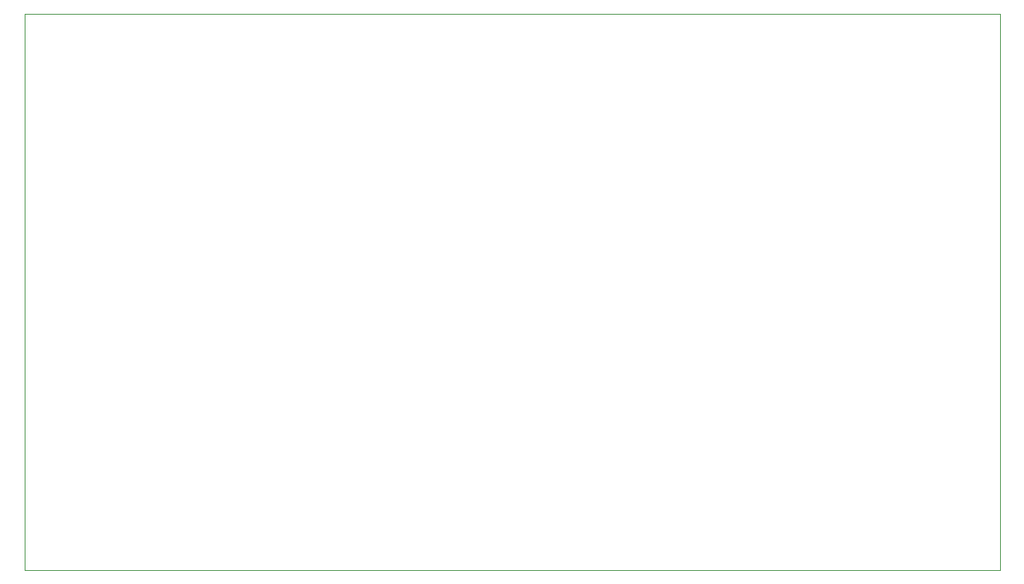
<source format=gbr>
%TF.GenerationSoftware,KiCad,Pcbnew,5.1.8*%
%TF.CreationDate,2021-01-16T11:32:51+01:00*%
%TF.ProjectId,macropad,6d616372-6f70-4616-942e-6b696361645f,rev?*%
%TF.SameCoordinates,Original*%
%TF.FileFunction,Profile,NP*%
%FSLAX46Y46*%
G04 Gerber Fmt 4.6, Leading zero omitted, Abs format (unit mm)*
G04 Created by KiCad (PCBNEW 5.1.8) date 2021-01-16 11:32:51*
%MOMM*%
%LPD*%
G01*
G04 APERTURE LIST*
%TA.AperFunction,Profile*%
%ADD10C,0.050000*%
%TD*%
G04 APERTURE END LIST*
D10*
X177000000Y-89000000D02*
X70000000Y-89000000D01*
X177000000Y-150000000D02*
X177000000Y-89000000D01*
X70000000Y-150000000D02*
X177000000Y-150000000D01*
X70000000Y-90000000D02*
X70000000Y-150000000D01*
X70000000Y-89000000D02*
X70000000Y-90000000D01*
M02*

</source>
